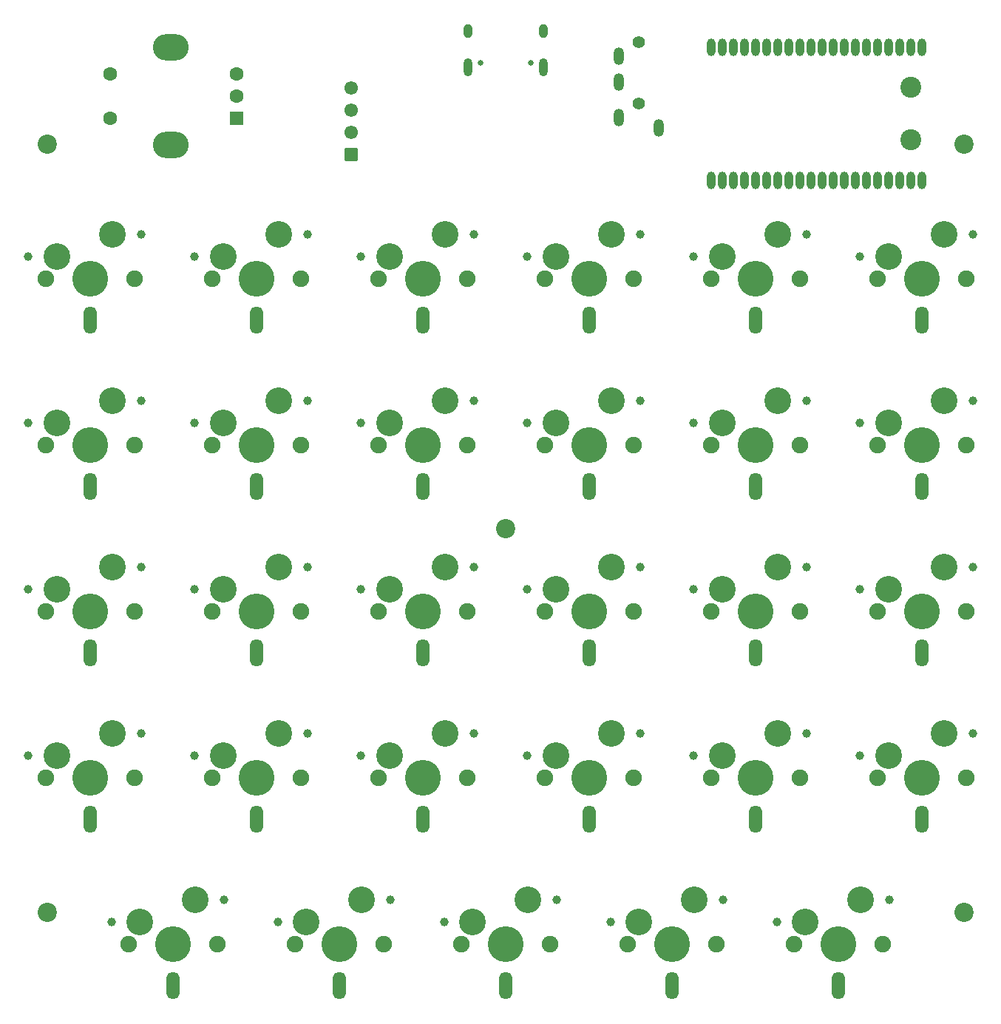
<source format=gbr>
%TF.GenerationSoftware,KiCad,Pcbnew,8.0.4*%
%TF.CreationDate,2024-09-16T13:50:06+09:00*%
%TF.ProjectId,yuiop29re,7975696f-7032-4397-9265-2e6b69636164,1*%
%TF.SameCoordinates,Original*%
%TF.FileFunction,Soldermask,Top*%
%TF.FilePolarity,Negative*%
%FSLAX46Y46*%
G04 Gerber Fmt 4.6, Leading zero omitted, Abs format (unit mm)*
G04 Created by KiCad (PCBNEW 8.0.4) date 2024-09-16 13:50:06*
%MOMM*%
%LPD*%
G01*
G04 APERTURE LIST*
G04 Aperture macros list*
%AMRoundRect*
0 Rectangle with rounded corners*
0 $1 Rounding radius*
0 $2 $3 $4 $5 $6 $7 $8 $9 X,Y pos of 4 corners*
0 Add a 4 corners polygon primitive as box body*
4,1,4,$2,$3,$4,$5,$6,$7,$8,$9,$2,$3,0*
0 Add four circle primitives for the rounded corners*
1,1,$1+$1,$2,$3*
1,1,$1+$1,$4,$5*
1,1,$1+$1,$6,$7*
1,1,$1+$1,$8,$9*
0 Add four rect primitives between the rounded corners*
20,1,$1+$1,$2,$3,$4,$5,0*
20,1,$1+$1,$4,$5,$6,$7,0*
20,1,$1+$1,$6,$7,$8,$9,0*
20,1,$1+$1,$8,$9,$2,$3,0*%
G04 Aperture macros list end*
%ADD10O,1.500000X3.150000*%
%ADD11C,1.900000*%
%ADD12C,3.050000*%
%ADD13C,4.100000*%
%ADD14C,1.000000*%
%ADD15C,2.400000*%
%ADD16O,1.000000X2.000000*%
%ADD17C,2.200000*%
%ADD18RoundRect,0.250000X0.550000X0.550000X-0.550000X0.550000X-0.550000X-0.550000X0.550000X-0.550000X0*%
%ADD19C,1.600000*%
%ADD20O,4.100000X3.000000*%
%ADD21RoundRect,0.250000X-0.525000X0.525000X-0.525000X-0.525000X0.525000X-0.525000X0.525000X0.525000X0*%
%ADD22C,1.550000*%
%ADD23C,1.400000*%
%ADD24O,1.200000X2.000000*%
%ADD25C,0.650000*%
%ADD26O,1.000000X1.600000*%
%ADD27O,1.000000X2.100000*%
G04 APERTURE END LIST*
D10*
%TO.C,LED21*%
X159525000Y-133337500D03*
%TD*%
D11*
%TO.C,KSW12*%
X192545000Y-90475000D03*
D12*
X193815000Y-87935000D03*
D13*
X197625000Y-90475000D03*
D12*
X200165000Y-85395000D03*
D11*
X202705000Y-90475000D03*
D14*
X190540000Y-87935000D03*
X203467000Y-85395000D03*
%TD*%
D10*
%TO.C,LED7*%
X197625000Y-95237500D03*
%TD*%
%TO.C,LED16*%
X159525000Y-114287500D03*
%TD*%
%TO.C,LED20*%
X178575000Y-133337500D03*
%TD*%
%TO.C,LED27*%
X150000000Y-152387500D03*
%TD*%
%TO.C,LED1*%
X102375000Y-76187500D03*
%TD*%
D15*
%TO.C,U1*%
X196355000Y-55502000D03*
X196355000Y-49502000D03*
D16*
X173495000Y-60122000D03*
X174765000Y-60122000D03*
X176035000Y-60122000D03*
X177305000Y-60122000D03*
X178575000Y-60122000D03*
X179845000Y-60122000D03*
X181115000Y-60122000D03*
X182385000Y-60122000D03*
X183655000Y-60122000D03*
X184925000Y-60122000D03*
X186195000Y-60122000D03*
X187465000Y-60122000D03*
X188735000Y-60122000D03*
X190005000Y-60122000D03*
X191275000Y-60122000D03*
X192545000Y-60122000D03*
X193815000Y-60122000D03*
X195085000Y-60122000D03*
X196355000Y-60122000D03*
X197625000Y-60122000D03*
X197625000Y-44882000D03*
X196355000Y-44882000D03*
X195085000Y-44882000D03*
X193815000Y-44882000D03*
X192545000Y-44882000D03*
X191275000Y-44882000D03*
X190005000Y-44882000D03*
X188735000Y-44882000D03*
X187465000Y-44882000D03*
X186195000Y-44882000D03*
X184925000Y-44882000D03*
X183655000Y-44882000D03*
X182385000Y-44882000D03*
X181115000Y-44882000D03*
X179845000Y-44882000D03*
X178575000Y-44882000D03*
X177305000Y-44882000D03*
X176035000Y-44882000D03*
X174765000Y-44882000D03*
X173495000Y-44882000D03*
%TD*%
D10*
%TO.C,LED29*%
X188100000Y-152387500D03*
%TD*%
%TO.C,LED3*%
X140475000Y-76187500D03*
%TD*%
D11*
%TO.C,KSW21*%
X135395000Y-128575000D03*
D12*
X136665000Y-126035000D03*
D13*
X140475000Y-128575000D03*
D12*
X143015000Y-123495000D03*
D11*
X145555000Y-128575000D03*
D14*
X133390000Y-126035000D03*
X146317000Y-123495000D03*
%TD*%
D10*
%TO.C,LED15*%
X140475000Y-114287500D03*
%TD*%
%TO.C,LED6*%
X197625000Y-76187500D03*
%TD*%
D11*
%TO.C,KSW16*%
X154445000Y-109525000D03*
D12*
X155715000Y-106985000D03*
D13*
X159525000Y-109525000D03*
D12*
X162065000Y-104445000D03*
D11*
X164605000Y-109525000D03*
D14*
X152440000Y-106985000D03*
X165367000Y-104445000D03*
%TD*%
D11*
%TO.C,KSW11*%
X173495000Y-90475000D03*
D12*
X174765000Y-87935000D03*
D13*
X178575000Y-90475000D03*
D12*
X181115000Y-85395000D03*
D11*
X183655000Y-90475000D03*
D14*
X171490000Y-87935000D03*
X184417000Y-85395000D03*
%TD*%
D11*
%TO.C,KSW15*%
X135395000Y-109525000D03*
D12*
X136665000Y-106985000D03*
D13*
X140475000Y-109525000D03*
D12*
X143015000Y-104445000D03*
D11*
X145555000Y-109525000D03*
D14*
X133390000Y-106985000D03*
X146317000Y-104445000D03*
%TD*%
D11*
%TO.C,KSW9*%
X135395000Y-90475000D03*
D12*
X136665000Y-87935000D03*
D13*
X140475000Y-90475000D03*
D12*
X143015000Y-85395000D03*
D11*
X145555000Y-90475000D03*
D14*
X133390000Y-87935000D03*
X146317000Y-85395000D03*
%TD*%
D10*
%TO.C,LED13*%
X102375000Y-114287500D03*
%TD*%
D11*
%TO.C,KSW18*%
X192545000Y-109525000D03*
D12*
X193815000Y-106985000D03*
D13*
X197625000Y-109525000D03*
D12*
X200165000Y-104445000D03*
D11*
X202705000Y-109525000D03*
D14*
X190540000Y-106985000D03*
X203467000Y-104445000D03*
%TD*%
D10*
%TO.C,LED26*%
X130950000Y-152387500D03*
%TD*%
D11*
%TO.C,KSW1*%
X97295000Y-71425000D03*
D12*
X98565000Y-68885000D03*
D13*
X102375000Y-71425000D03*
D12*
X104915000Y-66345000D03*
D11*
X107455000Y-71425000D03*
D14*
X95290000Y-68885000D03*
X108217000Y-66345000D03*
%TD*%
D10*
%TO.C,LED11*%
X121425000Y-95237500D03*
%TD*%
D17*
%TO.C,H1*%
X97500000Y-56000000D03*
%TD*%
D11*
%TO.C,KSW27*%
X144920000Y-147625000D03*
D12*
X146190000Y-145085000D03*
D13*
X150000000Y-147625000D03*
D12*
X152540000Y-142545000D03*
D11*
X155080000Y-147625000D03*
D14*
X142915000Y-145085000D03*
X155842000Y-142545000D03*
%TD*%
D10*
%TO.C,LED23*%
X121425000Y-133337500D03*
%TD*%
%TO.C,LED14*%
X121425000Y-114287500D03*
%TD*%
%TO.C,LED28*%
X169050000Y-152387500D03*
%TD*%
D11*
%TO.C,KSW24*%
X192545000Y-128575000D03*
D12*
X193815000Y-126035000D03*
D13*
X197625000Y-128575000D03*
D12*
X200165000Y-123495000D03*
D11*
X202705000Y-128575000D03*
D14*
X190540000Y-126035000D03*
X203467000Y-123495000D03*
%TD*%
D10*
%TO.C,LED10*%
X140475000Y-95237500D03*
%TD*%
D17*
%TO.C,H2*%
X202500000Y-56000000D03*
%TD*%
D11*
%TO.C,KSW28*%
X163970000Y-147625000D03*
D12*
X165240000Y-145085000D03*
D13*
X169050000Y-147625000D03*
D12*
X171590000Y-142545000D03*
D11*
X174130000Y-147625000D03*
D14*
X161965000Y-145085000D03*
X174892000Y-142545000D03*
%TD*%
D11*
%TO.C,KSW25*%
X106820000Y-147625000D03*
D12*
X108090000Y-145085000D03*
D13*
X111900000Y-147625000D03*
D12*
X114440000Y-142545000D03*
D11*
X116980000Y-147625000D03*
D14*
X104815000Y-145085000D03*
X117742000Y-142545000D03*
%TD*%
D17*
%TO.C,H5*%
X150000000Y-100000000D03*
%TD*%
D18*
%TO.C,RE1*%
X119150000Y-53000000D03*
D19*
X119150000Y-48000000D03*
X119150000Y-50500000D03*
X104650000Y-53000000D03*
X104650000Y-48000000D03*
D20*
X111650000Y-56100000D03*
X111650000Y-44900000D03*
%TD*%
D11*
%TO.C,KSW10*%
X154445000Y-90475000D03*
D12*
X155715000Y-87935000D03*
D13*
X159525000Y-90475000D03*
D12*
X162065000Y-85395000D03*
D11*
X164605000Y-90475000D03*
D14*
X152440000Y-87935000D03*
X165367000Y-85395000D03*
%TD*%
D11*
%TO.C,KSW19*%
X97295000Y-128575000D03*
D12*
X98565000Y-126035000D03*
D13*
X102375000Y-128575000D03*
D12*
X104915000Y-123495000D03*
D11*
X107455000Y-128575000D03*
D14*
X95290000Y-126035000D03*
X108217000Y-123495000D03*
%TD*%
D10*
%TO.C,LED2*%
X121425000Y-76187500D03*
%TD*%
%TO.C,LED17*%
X178575000Y-114287500D03*
%TD*%
%TO.C,LED25*%
X111900000Y-152387500D03*
%TD*%
D11*
%TO.C,KSW4*%
X154445000Y-71425000D03*
D12*
X155715000Y-68885000D03*
D13*
X159525000Y-71425000D03*
D12*
X162065000Y-66345000D03*
D11*
X164605000Y-71425000D03*
D14*
X152440000Y-68885000D03*
X165367000Y-66345000D03*
%TD*%
D11*
%TO.C,KSW22*%
X154445000Y-128575000D03*
D12*
X155715000Y-126035000D03*
D13*
X159525000Y-128575000D03*
D12*
X162065000Y-123495000D03*
D11*
X164605000Y-128575000D03*
D14*
X152440000Y-126035000D03*
X165367000Y-123495000D03*
%TD*%
D11*
%TO.C,KSW14*%
X116345000Y-109525000D03*
D12*
X117615000Y-106985000D03*
D13*
X121425000Y-109525000D03*
D12*
X123965000Y-104445000D03*
D11*
X126505000Y-109525000D03*
D14*
X114340000Y-106985000D03*
X127267000Y-104445000D03*
%TD*%
D17*
%TO.C,H3*%
X97500000Y-144000000D03*
%TD*%
D11*
%TO.C,KSW20*%
X116345000Y-128575000D03*
D12*
X117615000Y-126035000D03*
D13*
X121425000Y-128575000D03*
D12*
X123965000Y-123495000D03*
D11*
X126505000Y-128575000D03*
D14*
X114340000Y-126035000D03*
X127267000Y-123495000D03*
%TD*%
D10*
%TO.C,LED19*%
X197625000Y-133337500D03*
%TD*%
D21*
%TO.C,J2*%
X132300000Y-57185000D03*
D22*
X132300000Y-52105000D03*
X132300000Y-49565000D03*
X132300000Y-54645000D03*
%TD*%
D10*
%TO.C,LED18*%
X197625000Y-114287500D03*
%TD*%
D11*
%TO.C,KSW13*%
X97295000Y-109525000D03*
D12*
X98565000Y-106985000D03*
D13*
X102375000Y-109525000D03*
D12*
X104915000Y-104445000D03*
D11*
X107455000Y-109525000D03*
D14*
X95290000Y-106985000D03*
X108217000Y-104445000D03*
%TD*%
D11*
%TO.C,KSW23*%
X173495000Y-128575000D03*
D12*
X174765000Y-126035000D03*
D13*
X178575000Y-128575000D03*
D12*
X181115000Y-123495000D03*
D11*
X183655000Y-128575000D03*
D14*
X171490000Y-126035000D03*
X184417000Y-123495000D03*
%TD*%
D11*
%TO.C,KSW29*%
X183020000Y-147625000D03*
D12*
X184290000Y-145085000D03*
D13*
X188100000Y-147625000D03*
D12*
X190640000Y-142545000D03*
D11*
X193180000Y-147625000D03*
D14*
X181015000Y-145085000D03*
X193942000Y-142545000D03*
%TD*%
D11*
%TO.C,KSW6*%
X192545000Y-71425000D03*
D12*
X193815000Y-68885000D03*
D13*
X197625000Y-71425000D03*
D12*
X200165000Y-66345000D03*
D11*
X202705000Y-71425000D03*
D14*
X190540000Y-68885000D03*
X203467000Y-66345000D03*
%TD*%
D10*
%TO.C,LED8*%
X178575000Y-95237500D03*
%TD*%
%TO.C,LED12*%
X102375000Y-95237500D03*
%TD*%
D11*
%TO.C,KSW2*%
X116345000Y-71425000D03*
D12*
X117615000Y-68885000D03*
D13*
X121425000Y-71425000D03*
D12*
X123965000Y-66345000D03*
D11*
X126505000Y-71425000D03*
D14*
X114340000Y-68885000D03*
X127267000Y-66345000D03*
%TD*%
D11*
%TO.C,KSW3*%
X135395000Y-71425000D03*
D12*
X136665000Y-68885000D03*
D13*
X140475000Y-71425000D03*
D12*
X143015000Y-66345000D03*
D11*
X145555000Y-71425000D03*
D14*
X133390000Y-68885000D03*
X146317000Y-66345000D03*
%TD*%
D10*
%TO.C,LED4*%
X159525000Y-76187500D03*
%TD*%
D11*
%TO.C,KSW17*%
X173495000Y-109525000D03*
D12*
X174765000Y-106985000D03*
D13*
X178575000Y-109525000D03*
D12*
X181115000Y-104445000D03*
D11*
X183655000Y-109525000D03*
D14*
X171490000Y-106985000D03*
X184417000Y-104445000D03*
%TD*%
D11*
%TO.C,KSW7*%
X97295000Y-90475000D03*
D12*
X98565000Y-87935000D03*
D13*
X102375000Y-90475000D03*
D12*
X104915000Y-85395000D03*
D11*
X107455000Y-90475000D03*
D14*
X95290000Y-87935000D03*
X108217000Y-85395000D03*
%TD*%
D10*
%TO.C,LED5*%
X178575000Y-76187500D03*
%TD*%
%TO.C,LED9*%
X159525000Y-95237500D03*
%TD*%
D17*
%TO.C,H4*%
X202500000Y-144000000D03*
%TD*%
D11*
%TO.C,KSW5*%
X173495000Y-71425000D03*
D12*
X174765000Y-68885000D03*
D13*
X178575000Y-71425000D03*
D12*
X181115000Y-66345000D03*
D11*
X183655000Y-71425000D03*
D14*
X171490000Y-68885000D03*
X184417000Y-66345000D03*
%TD*%
D11*
%TO.C,KSW26*%
X125870000Y-147625000D03*
D12*
X127140000Y-145085000D03*
D13*
X130950000Y-147625000D03*
D12*
X133490000Y-142545000D03*
D11*
X136030000Y-147625000D03*
D14*
X123865000Y-145085000D03*
X136792000Y-142545000D03*
%TD*%
D11*
%TO.C,KSW8*%
X116345000Y-90475000D03*
D12*
X117615000Y-87935000D03*
D13*
X121425000Y-90475000D03*
D12*
X123965000Y-85395000D03*
D11*
X126505000Y-90475000D03*
D14*
X114340000Y-87935000D03*
X127267000Y-85395000D03*
%TD*%
D10*
%TO.C,LED24*%
X102375000Y-133337500D03*
%TD*%
%TO.C,LED22*%
X140475000Y-133337500D03*
%TD*%
D23*
%TO.C,J3*%
X165240000Y-51316000D03*
X165240000Y-44316000D03*
D24*
X162940000Y-48916000D03*
X162940000Y-45916000D03*
X167540000Y-54116000D03*
X162940000Y-52916000D03*
%TD*%
D25*
%TO.C,J1*%
X147110000Y-46725000D03*
X152890000Y-46725000D03*
D26*
X145680000Y-43045000D03*
D27*
X145680000Y-47225000D03*
D26*
X154320000Y-43045000D03*
D27*
X154320000Y-47225000D03*
%TD*%
M02*

</source>
